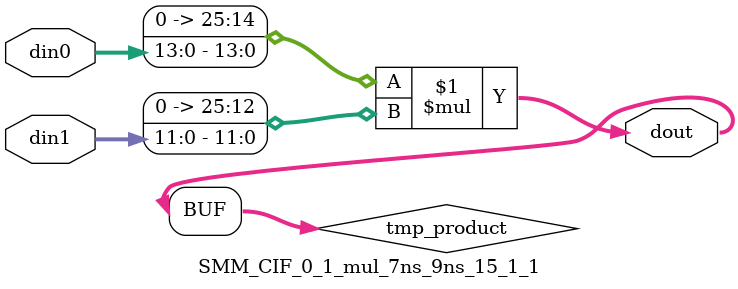
<source format=v>

`timescale 1 ns / 1 ps

  module SMM_CIF_0_1_mul_7ns_9ns_15_1_1(din0, din1, dout);
parameter ID = 1;
parameter NUM_STAGE = 0;
parameter din0_WIDTH = 14;
parameter din1_WIDTH = 12;
parameter dout_WIDTH = 26;

input [din0_WIDTH - 1 : 0] din0; 
input [din1_WIDTH - 1 : 0] din1; 
output [dout_WIDTH - 1 : 0] dout;

wire signed [dout_WIDTH - 1 : 0] tmp_product;










assign tmp_product = $signed({1'b0, din0}) * $signed({1'b0, din1});











assign dout = tmp_product;







endmodule

</source>
